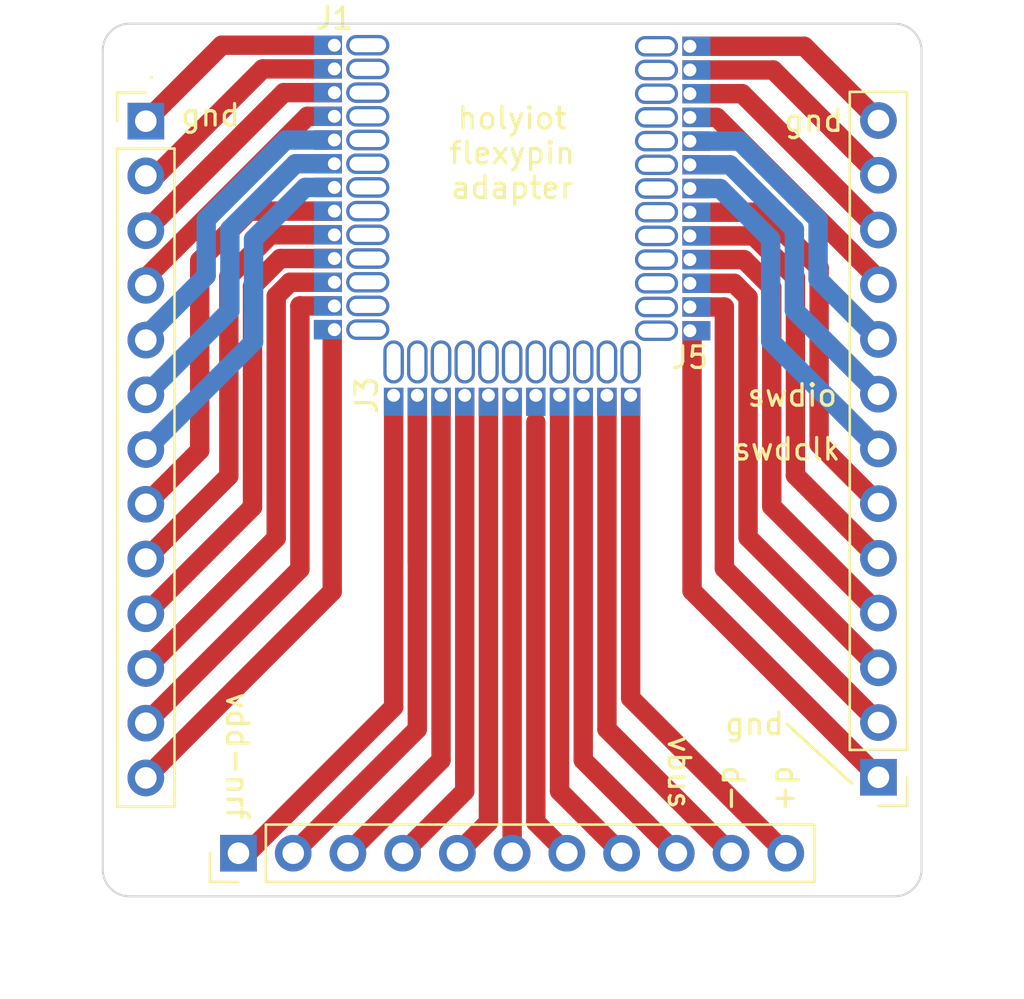
<source format=kicad_pcb>
(kicad_pcb (version 20211014) (generator pcbnew)
  (layers (0 "F.Cu" signal) (31 "B.Cu" signal) (34 "B.Paste" user) (35 "F.Paste" user) (36 "B.SilkS" user "B.Silkscreen") (37 "F.SilkS" user "F.Silkscreen") (38 "B.Mask" user) (39 "F.Mask" user) (44 "Edge.Cuts" user))
  (net 0 "")
  (net 1 "Net-(J1-Pad1)")
  (net 2 "Net-(J1-Pad2)")
  (net 3 "Net-(J1-Pad3)")
  (net 4 "Net-(J1-Pad4)")
  (net 5 "Net-(J1-Pad5)")
  (net 6 "Net-(J1-Pad6)")
  (net 7 "Net-(J1-Pad7)")
  (net 8 "Net-(J1-Pad8)")
  (net 9 "Net-(J1-Pad9)")
  (net 10 "Net-(J1-Pad10)")
  (net 11 "Net-(J1-Pad11)")
  (net 12 "Net-(J1-Pad12)")
  (net 13 "Net-(J1-Pad13)")
  (net 14 "Net-(J3-Pad1)")
  (net 15 "Net-(J3-Pad2)")
  (net 16 "Net-(J3-Pad3)")
  (net 17 "Net-(J3-Pad4)")
  (net 18 "Net-(J3-Pad5)")
  (net 19 "Net-(J3-Pad6)")
  (net 20 "Net-(J3-Pad7)")
  (net 21 "Net-(J3-Pad8)")
  (net 22 "Net-(J3-Pad9)")
  (net 23 "Net-(J3-Pad10)")
  (net 24 "Net-(J3-Pad11)")
  (net 25 "Net-(J6-Pad13)")
  (net 26 "Net-(J6-Pad12)")
  (net 27 "Net-(J6-Pad11)")
  (net 28 "Net-(J6-Pad10)")
  (net 29 "Net-(J6-Pad9)")
  (net 30 "Net-(J6-Pad8)")
  (net 31 "Net-(J6-Pad7)")
  (net 32 "Net-(J6-Pad6)")
  (net 33 "Net-(J6-Pad5)")
  (net 34 "Net-(J6-Pad4)")
  (net 35 "Net-(J6-Pad3)")
  (net 36 "Net-(J6-Pad2)")
  (net 37 "Net-(J6-Pad1)")
  (footprint "output:FlexyPin_1x13_P1.10mm" (layer "F.Cu") (at 128.75 66)
    (fp_text reference "J1" (at 0 -1.25) (layer "F.SilkS"))
    (fp_text value "Conn_01x13_Male")
    (pad "" thru_hole oval locked (at 1.55 12.1) (size 2 0.95) (drill oval 1.7 0.65) (layers *.Cu *.Mask))
    (pad "" thru_hole oval locked (at 1.55 5.5) (size 2 0.95) (drill oval 1.7 0.65) (layers *.Cu *.Mask))
    (pad "" thru_hole oval locked (at 1.55 13.2) (size 2 0.95) (drill oval 1.7 0.65) (layers *.Cu *.Mask))
    (pad "" thru_hole oval locked (at 1.55 8.8) (size 2 0.95) (drill oval 1.7 0.65) (layers *.Cu *.Mask))
    (pad "" thru_hole oval locked (at 1.55 4.4) (size 2 0.95) (drill oval 1.7 0.65) (layers *.Cu *.Mask))
    (pad "" thru_hole oval locked (at 1.55 9.9) (size 2 0.95) (drill oval 1.7 0.65) (layers *.Cu *.Mask))
    (pad "" thru_hole oval locked (at 1.55 3.3) (size 2 0.95) (drill oval 1.7 0.65) (layers *.Cu *.Mask))
    (pad "" thru_hole oval locked (at 1.55 0) (size 2 0.95) (drill oval 1.7 0.65) (layers *.Cu *.Mask))
    (pad "" thru_hole oval locked (at 1.55 2.2) (size 2 0.95) (drill oval 1.7 0.65) (layers *.Cu *.Mask))
    (pad "" thru_hole oval locked (at 1.55 1.1) (size 2 0.95) (drill oval 1.7 0.65) (layers *.Cu *.Mask))
    (pad "" thru_hole oval locked (at 1.55 11) (size 2 0.95) (drill oval 1.7 0.65) (layers *.Cu *.Mask))
    (pad "" thru_hole oval locked (at 1.55 6.6) (size 2 0.95) (drill oval 1.7 0.65) (layers *.Cu *.Mask))
    (pad "" thru_hole oval locked (at 1.55 7.7) (size 2 0.95) (drill oval 1.7 0.65) (layers *.Cu *.Mask))
    (pad "1" thru_hole rect locked (at 0 0) (size 1.3 0.9) (drill 0.6 (offset -0.3 0)) (layers *.Cu *.Mask) (net 1 "Net-(J1-Pad1)"))
    (pad "2" thru_hole rect locked (at 0 1.1) (size 1.3 0.9) (drill 0.6 (offset -0.3 0)) (layers *.Cu *.Mask) (net 2 "Net-(J1-Pad2)"))
    (pad "3" thru_hole rect locked (at 0 2.2) (size 1.3 0.9) (drill 0.6 (offset -0.3 0)) (layers *.Cu *.Mask) (net 3 "Net-(J1-Pad3)"))
    (pad "4" thru_hole rect locked (at 0 3.3) (size 1.3 0.9) (drill 0.6 (offset -0.3 0)) (layers *.Cu *.Mask) (net 4 "Net-(J1-Pad4)"))
    (pad "5" thru_hole rect locked (at 0 4.4) (size 1.3 0.9) (drill 0.6 (offset -0.3 0)) (layers *.Cu *.Mask) (net 5 "Net-(J1-Pad5)"))
    (pad "6" thru_hole rect locked (at 0 5.5) (size 1.3 0.9) (drill 0.6 (offset -0.3 0)) (layers *.Cu *.Mask) (net 6 "Net-(J1-Pad6)"))
    (pad "7" thru_hole rect locked (at 0 6.6) (size 1.3 0.9) (drill 0.6 (offset -0.3 0)) (layers *.Cu *.Mask) (net 7 "Net-(J1-Pad7)"))
    (pad "8" thru_hole rect locked (at 0 7.7) (size 1.3 0.9) (drill 0.6 (offset -0.3 0)) (layers *.Cu *.Mask) (net 8 "Net-(J1-Pad8)"))
    (pad "9" thru_hole rect locked (at 0 8.8) (size 1.3 0.9) (drill 0.6 (offset -0.3 0)) (layers *.Cu *.Mask) (net 9 "Net-(J1-Pad9)"))
    (pad "10" thru_hole rect locked (at 0 9.9) (size 1.3 0.9) (drill 0.6 (offset -0.3 0)) (layers *.Cu *.Mask) (net 10 "Net-(J1-Pad10)"))
    (pad "11" thru_hole rect locked (at 0 11) (size 1.3 0.9) (drill 0.6 (offset -0.3 0)) (layers *.Cu *.Mask) (net 11 "Net-(J1-Pad11)"))
    (pad "12" thru_hole rect locked (at 0 12.1) (size 1.3 0.9) (drill 0.6 (offset -0.3 0)) (layers *.Cu *.Mask) (net 12 "Net-(J1-Pad12)"))
    (pad "13" thru_hole rect locked (at 0 13.2) (size 1.3 0.9) (drill 0.6 (offset -0.3 0)) (layers *.Cu *.Mask) (net 13 "Net-(J1-Pad13)"))
  )
  (footprint "Connector_PinHeader_2.54mm:PinHeader_1x11_P2.54mm_Vertical" (layer "F.Cu") (at 124.3 103.5 90)
    (fp_text reference "J4" hide)
    (fp_text value "Conn_01x11_Male")
    (fp_line (start -1.33 1.27) (end 1.33 1.27) (layer "F.SilkS") (width 0.12))
    (fp_line (start -1.33 0) (end -1.33 -1.33) (layer "F.SilkS") (width 0.12))
    (fp_line (start -1.33 -1.33) (end 0 -1.33) (layer "F.SilkS") (width 0.12))
    (fp_line (start -1.33 26.73) (end 1.33 26.73) (layer "F.SilkS") (width 0.12))
    (fp_line (start -1.33 1.27) (end -1.33 26.73) (layer "F.SilkS") (width 0.12))
    (fp_line (start 1.33 1.27) (end 1.33 26.73) (layer "F.SilkS") (width 0.12))
    (pad "1" thru_hole rect (at 0 0 90) (size 1.7 1.7) (drill 1) (layers *.Cu *.Mask) (net 14 "Net-(J3-Pad1)"))
    (pad "2" thru_hole oval (at 0 2.54 90) (size 1.7 1.7) (drill 1) (layers *.Cu *.Mask) (net 15 "Net-(J3-Pad2)"))
    (pad "3" thru_hole oval (at 0 5.08 90) (size 1.7 1.7) (drill 1) (layers *.Cu *.Mask) (net 16 "Net-(J3-Pad3)"))
    (pad "4" thru_hole oval (at 0 7.62 90) (size 1.7 1.7) (drill 1) (layers *.Cu *.Mask) (net 17 "Net-(J3-Pad4)"))
    (pad "5" thru_hole oval (at 0 10.16 90) (size 1.7 1.7) (drill 1) (layers *.Cu *.Mask) (net 18 "Net-(J3-Pad5)"))
    (pad "6" thru_hole oval (at 0 12.7 90) (size 1.7 1.7) (drill 1) (layers *.Cu *.Mask) (net 19 "Net-(J3-Pad6)"))
    (pad "7" thru_hole oval (at 0 15.24 90) (size 1.7 1.7) (drill 1) (layers *.Cu *.Mask) (net 20 "Net-(J3-Pad7)"))
    (pad "8" thru_hole oval (at 0 17.78 90) (size 1.7 1.7) (drill 1) (layers *.Cu *.Mask) (net 21 "Net-(J3-Pad8)"))
    (pad "9" thru_hole oval (at 0 20.32 90) (size 1.7 1.7) (drill 1) (layers *.Cu *.Mask) (net 22 "Net-(J3-Pad9)"))
    (pad "10" thru_hole oval (at 0 22.86 90) (size 1.7 1.7) (drill 1) (layers *.Cu *.Mask) (net 23 "Net-(J3-Pad10)"))
    (pad "11" thru_hole oval (at 0 25.4 90) (size 1.7 1.7) (drill 1) (layers *.Cu *.Mask) (net 24 "Net-(J3-Pad11)"))
  )
  (footprint "Connector_PinHeader_2.54mm:PinHeader_1x13_P2.54mm_Vertical" (layer "F.Cu") (at 120 69.525)
    (fp_text reference " " hide)
    (fp_text value "Conn_01x13_Male")
    (fp_line (start 1.33 1.27) (end 1.33 31.81) (layer "F.SilkS") (width 0.12))
    (fp_line (start -1.33 31.81) (end 1.33 31.81) (layer "F.SilkS") (width 0.12))
    (fp_line (start -1.33 1.27) (end -1.33 31.81) (layer "F.SilkS") (width 0.12))
    (fp_line (start -1.33 0) (end -1.33 -1.33) (layer "F.SilkS") (width 0.12))
    (fp_line (start -1.33 1.27) (end 1.33 1.27) (layer "F.SilkS") (width 0.12))
    (fp_line (start -1.33 -1.33) (end 0 -1.33) (layer "F.SilkS") (width 0.12))
    (pad "1" thru_hole rect (at 0 0) (size 1.7 1.7) (drill 1) (layers *.Cu *.Mask) (net 1 "Net-(J1-Pad1)"))
    (pad "2" thru_hole oval (at 0 2.54) (size 1.7 1.7) (drill 1) (layers *.Cu *.Mask) (net 2 "Net-(J1-Pad2)"))
    (pad "3" thru_hole oval (at 0 5.08) (size 1.7 1.7) (drill 1) (layers *.Cu *.Mask) (net 3 "Net-(J1-Pad3)"))
    (pad "4" thru_hole oval (at 0 7.62) (size 1.7 1.7) (drill 1) (layers *.Cu *.Mask) (net 4 "Net-(J1-Pad4)"))
    (pad "5" thru_hole oval (at 0 10.16) (size 1.7 1.7) (drill 1) (layers *.Cu *.Mask) (net 5 "Net-(J1-Pad5)"))
    (pad "6" thru_hole oval (at 0 12.7) (size 1.7 1.7) (drill 1) (layers *.Cu *.Mask) (net 6 "Net-(J1-Pad6)"))
    (pad "7" thru_hole oval (at 0 15.24) (size 1.7 1.7) (drill 1) (layers *.Cu *.Mask) (net 7 "Net-(J1-Pad7)"))
    (pad "8" thru_hole oval (at 0 17.78) (size 1.7 1.7) (drill 1) (layers *.Cu *.Mask) (net 8 "Net-(J1-Pad8)"))
    (pad "9" thru_hole oval (at 0 20.32) (size 1.7 1.7) (drill 1) (layers *.Cu *.Mask) (net 9 "Net-(J1-Pad9)"))
    (pad "10" thru_hole oval (at 0 22.86) (size 1.7 1.7) (drill 1) (layers *.Cu *.Mask) (net 10 "Net-(J1-Pad10)"))
    (pad "11" thru_hole oval (at 0 25.4) (size 1.7 1.7) (drill 1) (layers *.Cu *.Mask) (net 11 "Net-(J1-Pad11)"))
    (pad "12" thru_hole oval (at 0 27.94) (size 1.7 1.7) (drill 1) (layers *.Cu *.Mask) (net 12 "Net-(J1-Pad12)"))
    (pad "13" thru_hole oval (at 0 30.48) (size 1.7 1.7) (drill 1) (layers *.Cu *.Mask) (net 13 "Net-(J1-Pad13)"))
  )
  (footprint "Connector_PinHeader_2.54mm:PinHeader_1x13_P2.54mm_Vertical" (layer "F.Cu") (at 154 99.975 180)
    (fp_text reference "J6" hide)
    (fp_text value "Conn_01x13_Male")
    (fp_line (start -1.33 1.27) (end 1.33 1.27) (layer "F.SilkS") (width 0.12))
    (fp_line (start -1.33 0) (end -1.33 -1.33) (layer "F.SilkS") (width 0.12))
    (fp_line (start -1.33 -1.33) (end 0 -1.33) (layer "F.SilkS") (width 0.12))
    (fp_line (start 1.33 1.27) (end 1.33 31.81) (layer "F.SilkS") (width 0.12))
    (fp_line (start -1.33 1.27) (end -1.33 31.81) (layer "F.SilkS") (width 0.12))
    (fp_line (start -1.33 31.81) (end 1.33 31.81) (layer "F.SilkS") (width 0.12))
    (pad "1" thru_hole rect (at 0 0 180) (size 1.7 1.7) (drill 1) (layers *.Cu *.Mask) (net 37 "Net-(J6-Pad1)"))
    (pad "2" thru_hole oval (at 0 2.54 180) (size 1.7 1.7) (drill 1) (layers *.Cu *.Mask) (net 36 "Net-(J6-Pad2)"))
    (pad "3" thru_hole oval (at 0 5.08 180) (size 1.7 1.7) (drill 1) (layers *.Cu *.Mask) (net 35 "Net-(J6-Pad3)"))
    (pad "4" thru_hole oval (at 0 7.62 180) (size 1.7 1.7) (drill 1) (layers *.Cu *.Mask) (net 34 "Net-(J6-Pad4)"))
    (pad "5" thru_hole oval (at 0 10.16 180) (size 1.7 1.7) (drill 1) (layers *.Cu *.Mask) (net 33 "Net-(J6-Pad5)"))
    (pad "6" thru_hole oval (at 0 12.7 180) (size 1.7 1.7) (drill 1) (layers *.Cu *.Mask) (net 32 "Net-(J6-Pad6)"))
    (pad "7" thru_hole oval (at 0 15.24 180) (size 1.7 1.7) (drill 1) (layers *.Cu *.Mask) (net 31 "Net-(J6-Pad7)"))
    (pad "8" thru_hole oval (at 0 17.78 180) (size 1.7 1.7) (drill 1) (layers *.Cu *.Mask) (net 30 "Net-(J6-Pad8)"))
    (pad "9" thru_hole oval (at 0 20.32 180) (size 1.7 1.7) (drill 1) (layers *.Cu *.Mask) (net 29 "Net-(J6-Pad9)"))
    (pad "10" thru_hole oval (at 0 22.86 180) (size 1.7 1.7) (drill 1) (layers *.Cu *.Mask) (net 28 "Net-(J6-Pad10)"))
    (pad "11" thru_hole oval (at 0 25.4 180) (size 1.7 1.7) (drill 1) (layers *.Cu *.Mask) (net 27 "Net-(J6-Pad11)"))
    (pad "12" thru_hole oval (at 0 27.94 180) (size 1.7 1.7) (drill 1) (layers *.Cu *.Mask) (net 26 "Net-(J6-Pad12)"))
    (pad "13" thru_hole oval (at 0 30.48 180) (size 1.7 1.7) (drill 1) (layers *.Cu *.Mask) (net 25 "Net-(J6-Pad13)"))
  )
  (footprint "output:FlexyPin_1x13_P1.10mm" (layer "F.Cu") (at 145.25 79.25 180)
    (fp_text reference "J5" (at 0 -1.25) (layer "F.SilkS"))
    (fp_text value "Conn_01x13_Male")
    (pad "" thru_hole oval locked (at 1.55 11 180) (size 2 0.95) (drill oval 1.7 0.65) (layers *.Cu *.Mask))
    (pad "" thru_hole oval locked (at 1.55 8.8 180) (size 2 0.95) (drill oval 1.7 0.65) (layers *.Cu *.Mask))
    (pad "" thru_hole oval locked (at 1.55 5.5 180) (size 2 0.95) (drill oval 1.7 0.65) (layers *.Cu *.Mask))
    (pad "" thru_hole oval locked (at 1.55 13.2 180) (size 2 0.95) (drill oval 1.7 0.65) (layers *.Cu *.Mask))
    (pad "" thru_hole oval locked (at 1.55 4.4 180) (size 2 0.95) (drill oval 1.7 0.65) (layers *.Cu *.Mask))
    (pad "" thru_hole oval locked (at 1.55 3.3 180) (size 2 0.95) (drill oval 1.7 0.65) (layers *.Cu *.Mask))
    (pad "" thru_hole oval locked (at 1.55 0 180) (size 2 0.95) (drill oval 1.7 0.65) (layers *.Cu *.Mask))
    (pad "" thru_hole oval locked (at 1.55 9.9 180) (size 2 0.95) (drill oval 1.7 0.65) (layers *.Cu *.Mask))
    (pad "" thru_hole oval locked (at 1.55 12.1 180) (size 2 0.95) (drill oval 1.7 0.65) (layers *.Cu *.Mask))
    (pad "" thru_hole oval locked (at 1.55 7.7 180) (size 2 0.95) (drill oval 1.7 0.65) (layers *.Cu *.Mask))
    (pad "" thru_hole oval locked (at 1.55 2.2 180) (size 2 0.95) (drill oval 1.7 0.65) (layers *.Cu *.Mask))
    (pad "" thru_hole oval locked (at 1.55 6.6 180) (size 2 0.95) (drill oval 1.7 0.65) (layers *.Cu *.Mask))
    (pad "" thru_hole oval locked (at 1.55 1.1 180) (size 2 0.95) (drill oval 1.7 0.65) (layers *.Cu *.Mask))
    (pad "1" thru_hole rect locked (at 0 0 180) (size 1.3 0.9) (drill 0.6 (offset -0.3 0)) (layers *.Cu *.Mask) (net 37 "Net-(J6-Pad1)"))
    (pad "2" thru_hole rect locked (at 0 1.1 180) (size 1.3 0.9) (drill 0.6 (offset -0.3 0)) (layers *.Cu *.Mask) (net 36 "Net-(J6-Pad2)"))
    (pad "3" thru_hole rect locked (at 0 2.2 180) (size 1.3 0.9) (drill 0.6 (offset -0.3 0)) (layers *.Cu *.Mask) (net 35 "Net-(J6-Pad3)"))
    (pad "4" thru_hole rect locked (at 0 3.3 180) (size 1.3 0.9) (drill 0.6 (offset -0.3 0)) (layers *.Cu *.Mask) (net 34 "Net-(J6-Pad4)"))
    (pad "5" thru_hole rect locked (at 0 4.4 180) (size 1.3 0.9) (drill 0.6 (offset -0.3 0)) (layers *.Cu *.Mask) (net 33 "Net-(J6-Pad5)"))
    (pad "6" thru_hole rect locked (at 0 5.5 180) (size 1.3 0.9) (drill 0.6 (offset -0.3 0)) (layers *.Cu *.Mask) (net 32 "Net-(J6-Pad6)"))
    (pad "7" thru_hole rect locked (at 0 6.6 180) (size 1.3 0.9) (drill 0.6 (offset -0.3 0)) (layers *.Cu *.Mask) (net 31 "Net-(J6-Pad7)"))
    (pad "8" thru_hole rect locked (at 0 7.7 180) (size 1.3 0.9) (drill 0.6 (offset -0.3 0)) (layers *.Cu *.Mask) (net 30 "Net-(J6-Pad8)"))
    (pad "9" thru_hole rect locked (at 0 8.8 180) (size 1.3 0.9) (drill 0.6 (offset -0.3 0)) (layers *.Cu *.Mask) (net 29 "Net-(J6-Pad9)"))
    (pad "10" thru_hole rect locked (at 0 9.9 180) (size 1.3 0.9) (drill 0.6 (offset -0.3 0)) (layers *.Cu *.Mask) (net 28 "Net-(J6-Pad10)"))
    (pad "11" thru_hole rect locked (at 0 11 180) (size 1.3 0.9) (drill 0.6 (offset -0.3 0)) (layers *.Cu *.Mask) (net 27 "Net-(J6-Pad11)"))
    (pad "12" thru_hole rect locked (at 0 12.1 180) (size 1.3 0.9) (drill 0.6 (offset -0.3 0)) (layers *.Cu *.Mask) (net 26 "Net-(J6-Pad12)"))
    (pad "13" thru_hole rect locked (at 0 13.2 180) (size 1.3 0.9) (drill 0.6 (offset -0.3 0)) (layers *.Cu *.Mask) (net 25 "Net-(J6-Pad13)"))
  )
  (footprint "output:FlexyPin_1x11_P1.10mm" (layer "F.Cu") (at 131.5 82.25 90)
    (fp_text reference "J3" (at 0 -1.25 90) (layer "F.SilkS"))
    (fp_text value "Conn_01x11_Male")
    (pad "" thru_hole oval locked (at 1.55 2.2 90) (size 2 0.95) (drill oval 1.7 0.65) (layers *.Cu *.Mask))
    (pad "" thru_hole oval locked (at 1.55 11 90) (size 2 0.95) (drill oval 1.7 0.65) (layers *.Cu *.Mask))
    (pad "" thru_hole oval locked (at 1.55 8.8 90) (size 2 0.95) (drill oval 1.7 0.65) (layers *.Cu *.Mask))
    (pad "" thru_hole oval locked (at 1.55 7.7 90) (size 2 0.95) (drill oval 1.7 0.65) (layers *.Cu *.Mask))
    (pad "" thru_hole oval locked (at 1.55 5.5 90) (size 2 0.95) (drill oval 1.7 0.65) (layers *.Cu *.Mask))
    (pad "" thru_hole oval locked (at 1.55 6.6 90) (size 2 0.95) (drill oval 1.7 0.65) (layers *.Cu *.Mask))
    (pad "" thru_hole oval locked (at 1.55 0 90) (size 2 0.95) (drill oval 1.7 0.65) (layers *.Cu *.Mask))
    (pad "" thru_hole oval locked (at 1.55 1.1 90) (size 2 0.95) (drill oval 1.7 0.65) (layers *.Cu *.Mask))
    (pad "" thru_hole oval locked (at 1.55 4.4 90) (size 2 0.95) (drill oval 1.7 0.65) (layers *.Cu *.Mask))
    (pad "" thru_hole oval locked (at 1.55 3.3 90) (size 2 0.95) (drill oval 1.7 0.65) (layers *.Cu *.Mask))
    (pad "" thru_hole oval locked (at 1.55 9.9 90) (size 2 0.95) (drill oval 1.7 0.65) (layers *.Cu *.Mask))
    (pad "1" thru_hole rect locked (at 0 0 90) (size 1.3 0.9) (drill 0.6 (offset -0.3 0)) (layers *.Cu *.Mask) (net 14 "Net-(J3-Pad1)"))
    (pad "2" thru_hole rect locked (at 0 1.1 90) (size 1.3 0.9) (drill 0.6 (offset -0.3 0)) (layers *.Cu *.Mask) (net 15 "Net-(J3-Pad2)"))
    (pad "3" thru_hole rect locked (at 0 2.2 90) (size 1.3 0.9) (drill 0.6 (offset -0.3 0)) (layers *.Cu *.Mask) (net 16 "Net-(J3-Pad3)"))
    (pad "4" thru_hole rect locked (at 0 3.3 90) (size 1.3 0.9) (drill 0.6 (offset -0.3 0)) (layers *.Cu *.Mask) (net 17 "Net-(J3-Pad4)"))
    (pad "5" thru_hole rect locked (at 0 4.4 90) (size 1.3 0.9) (drill 0.6 (offset -0.3 0)) (layers *.Cu *.Mask) (net 18 "Net-(J3-Pad5)"))
    (pad "6" thru_hole rect locked (at 0 5.5 90) (size 1.3 0.9) (drill 0.6 (offset -0.3 0)) (layers *.Cu *.Mask) (net 19 "Net-(J3-Pad6)"))
    (pad "7" thru_hole rect locked (at 0 6.6 90) (size 1.3 0.9) (drill 0.6 (offset -0.3 0)) (layers *.Cu *.Mask) (net 20 "Net-(J3-Pad7)"))
    (pad "8" thru_hole rect locked (at 0 7.7 90) (size 1.3 0.9) (drill 0.6 (offset -0.3 0)) (layers *.Cu *.Mask) (net 21 "Net-(J3-Pad8)"))
    (pad "9" thru_hole rect locked (at 0 8.8 90) (size 1.3 0.9) (drill 0.6 (offset -0.3 0)) (layers *.Cu *.Mask) (net 22 "Net-(J3-Pad9)"))
    (pad "10" thru_hole rect locked (at 0 9.9 90) (size 1.3 0.9) (drill 0.6 (offset -0.3 0)) (layers *.Cu *.Mask) (net 23 "Net-(J3-Pad10)"))
    (pad "11" thru_hole rect locked (at 0 11 90) (size 1.3 0.9) (drill 0.6 (offset -0.3 0)) (layers *.Cu *.Mask) (net 24 "Net-(J3-Pad11)"))
  )
  (gr_line (start 120.25 67.5) (end 120.25 67.5) (layer "F.SilkS") (width 0.15))
  (gr_line (start 149.75 97.5) (end 152.75 100.25) (layer "F.SilkS") (width 0.15))
  (gr_arc (start 154.75 65) (mid 155.633883 65.366117) (end 156 66.25) (layer "Edge.Cuts") (width 0.1))
  (gr_line (start 156 66.25) (end 156 104.25) (layer "Edge.Cuts") (width 0.1))
  (gr_arc (start 119.25 105.5) (mid 118.366117 105.133883) (end 118 104.25) (layer "Edge.Cuts") (width 0.1))
  (gr_arc (start 156 104.25) (mid 155.633883 105.133883) (end 154.75 105.5) (layer "Edge.Cuts") (width 0.1))
  (gr_line (start 119.25 65) (end 154.75 65) (layer "Edge.Cuts") (width 0.1))
  (gr_line (start 118 104.25) (end 118 66.25) (layer "Edge.Cuts") (width 0.1))
  (gr_line (start 154.75 105.5) (end 119.25 105.5) (layer "Edge.Cuts") (width 0.1))
  (gr_arc (start 118 66.25) (mid 118.366117 65.366117) (end 119.25 65) (layer "Edge.Cuts") (width 0.1))
  (gr_text "vdd-nrf\n" (at 124.25 99 270) (layer "F.SilkS") (effects (font (size 1 1))))
  (gr_text "gnd" (at 148.25 97.5) (layer "F.SilkS") (effects (font (size 1 1))))
  (gr_text "swdio\n" (at 150 82.25) (layer "F.SilkS") (effects (font (size 1 1))))
  (gr_text "d-\n" (at 147.25 100.5 270) (layer "F.SilkS") (effects (font (size 1 1))))
  (gr_text "gnd" (at 151 69.5) (layer "F.SilkS") (effects (font (size 1 1))))
  (gr_text "vbus" (at 144.75 99.75 270) (layer "F.SilkS") (effects (font (size 1 1))))
  (gr_text "gnd" (at 123 69.25) (layer "F.SilkS") (effects (font (size 1 1))))
  (gr_text "swdclk\n" (at 149.75 84.75) (layer "F.SilkS") (effects (font (size 1 1))))
  (gr_text "d+" (at 149.75 100.5 270) (layer "F.SilkS") (effects (font (size 1 1))))
  (gr_text "holyiot\nflexypin\nadapter\n" (at 137 71) (layer "F.SilkS") (effects (font (size 1 1))))
  (segment (start 120 69.525) (end 123.525 66) (width 0.9) (layer "F.Cu") (net 1))
  (segment (start 123.525 66) (end 128.65048 66) (width 0.9) (layer "F.Cu") (net 1))
  (segment (start 125.424022 67.1) (end 128.65048 67.1) (width 0.9) (layer "F.Cu") (net 2))
  (segment (start 120.459022 72.065) (end 125.424022 67.1) (width 0.9) (layer "F.Cu") (net 2))
  (segment (start 120 72.065) (end 120.459022 72.065) (width 0.9) (layer "F.Cu") (net 2))
  (segment (start 120 74.605) (end 126.404511 68.200489) (width 0.9) (layer "F.Cu") (net 3))
  (segment (start 126.404511 68.200489) (end 128 68.200489) (width 0.9) (layer "F.Cu") (net 3))
  (segment (start 120 76.800009) (end 127.500009 69.3) (width 0.9) (layer "F.Cu") (net 4))
  (segment (start 127.500009 69.3) (end 128.65048 69.3) (width 0.9) (layer "F.Cu") (net 4))
  (segment (start 120 77.145) (end 120 76.800009) (width 0.9) (layer "F.Cu") (net 4))
  (segment (start 122.80096 76.69904) (end 122.80096 74.089128) (width 0.9) (layer "B.Cu") (net 5))
  (segment (start 120 79.5) (end 122.80096 76.69904) (width 0.9) (layer "B.Cu") (net 5))
  (segment (start 126.490088 70.4) (end 128.65048 70.4) (width 0.9) (layer "B.Cu") (net 5))
  (segment (start 120 79.685) (end 120 79.5) (width 0.9) (layer "B.Cu") (net 5))
  (segment (start 122.80096 74.089128) (end 126.490088 70.4) (width 0.9) (layer "B.Cu") (net 5))
  (segment (start 120 82.225) (end 123.90048 78.32452) (width 0.9) (layer "B.Cu") (net 6))
  (segment (start 126.945044 71.5) (end 128.65048 71.5) (width 0.9) (layer "B.Cu") (net 6))
  (segment (start 123.90048 74.544564) (end 126.945044 71.5) (width 0.9) (layer "B.Cu") (net 6))
  (segment (start 123.90048 78.32452) (end 123.90048 74.544564) (width 0.9) (layer "B.Cu") (net 6))
  (segment (start 125 75) (end 127.4 72.6) (width 0.9) (layer "B.Cu") (net 7))
  (segment (start 125 79.765) (end 125 75) (width 0.9) (layer "B.Cu") (net 7))
  (segment (start 127.4 72.6) (end 128.65048 72.6) (width 0.9) (layer "B.Cu") (net 7))
  (segment (start 120 84.765) (end 125 79.765) (width 0.9) (layer "B.Cu") (net 7))
  (segment (start 124.8 73.7) (end 128.65048 73.7) (width 0.9) (layer "F.Cu") (net 8))
  (segment (start 120 87.305) (end 122.5 84.805) (width 0.9) (layer "F.Cu") (net 8))
  (segment (start 122.5 84.805) (end 122.5 76) (width 0.9) (layer "F.Cu") (net 8))
  (segment (start 122.5 76) (end 124.8 73.7) (width 0.9) (layer "F.Cu") (net 8))
  (segment (start 123.851929 76.734181) (end 125.78611 74.8) (width 0.9) (layer "F.Cu") (net 9))
  (segment (start 125.78611 74.8) (end 128.65048 74.8) (width 0.9) (layer "F.Cu") (net 9))
  (segment (start 123.851929 85.993071) (end 123.851929 76.734181) (width 0.9) (layer "F.Cu") (net 9))
  (segment (start 120 89.845) (end 123.851929 85.993071) (width 0.9) (layer "F.Cu") (net 9))
  (segment (start 124.951449 77.189617) (end 126.241066 75.9) (width 0.9) (layer "F.Cu") (net 10))
  (segment (start 124.951449 87.433551) (end 124.951449 77.189617) (width 0.9) (layer "F.Cu") (net 10))
  (segment (start 126.241066 75.9) (end 128.65048 75.9) (width 0.9) (layer "F.Cu") (net 10))
  (segment (start 120 92.385) (end 124.951449 87.433551) (width 0.9) (layer "F.Cu") (net 10))
  (segment (start 126.050969 88.874031) (end 126.050969 77.645053) (width 0.9) (layer "F.Cu") (net 11))
  (segment (start 120 94.925) (end 126.050969 88.874031) (width 0.9) (layer "F.Cu") (net 11))
  (segment (start 126.050969 77.645053) (end 126.696022 77) (width 0.9) (layer "F.Cu") (net 11))
  (segment (start 126.696022 77) (end 128.65048 77) (width 0.9) (layer "F.Cu") (net 11))
  (segment (start 127.150489 78.100489) (end 127.150978 78.1) (width 0.9) (layer "F.Cu") (net 12))
  (segment (start 120 97.465) (end 127.150489 90.314511) (width 0.9) (layer "F.Cu") (net 12))
  (segment (start 127.150489 90.314511) (end 127.150489 78.100489) (width 0.9) (layer "F.Cu") (net 12))
  (segment (start 127.150978 78.1) (end 128.65048 78.1) (width 0.9) (layer "F.Cu") (net 12))
  (segment (start 120 100.005) (end 128.65048 91.35452) (width 0.9) (layer "F.Cu") (net 13))
  (segment (start 128.65048 91.35452) (end 128.65048 79.2) (width 0.9) (layer "F.Cu") (net 13))
  (segment (start 124.71937 103.5) (end 131.5 96.71937) (width 0.9) (layer "F.Cu") (net 14))
  (segment (start 131.5 96.71937) (end 131.5 82.34952) (width 0.9) (layer "F.Cu") (net 14))
  (segment (start 124.3 103.5) (end 124.71937 103.5) (width 0.9) (layer "F.Cu") (net 14))
  (segment (start 132.60048 82.5) (end 132.60048 90) (width 0.9) (layer "F.Cu") (net 15))
  (segment (start 132.60048 97.73952) (end 132.60048 82.5) (width 0.9) (layer "F.Cu") (net 15))
  (segment (start 126.84 103.5) (end 132.60048 97.73952) (width 0.9) (layer "F.Cu") (net 15))
  (segment (start 129.38 103.5) (end 133.7 99.18) (width 0.9) (layer "F.Cu") (net 16))
  (segment (start 133.7 99.18) (end 133.7 82.34952) (width 0.9) (layer "F.Cu") (net 16))
  (segment (start 131.92 103.5) (end 134.8 100.62) (width 0.9) (layer "F.Cu") (net 17))
  (segment (start 134.8 100.62) (end 134.8 82.34952) (width 0.9) (layer "F.Cu") (net 17))
  (segment (start 135.90048 82.34952) (end 135.9 82.34952) (width 0.9) (layer "F.Cu") (net 18))
  (segment (start 135.90048 102.05952) (end 135.90048 82.34952) (width 0.9) (layer "F.Cu") (net 18))
  (segment (start 134.46 103.5) (end 135.90048 102.05952) (width 0.9) (layer "F.Cu") (net 18))
  (segment (start 137 103.5) (end 137 82.34952) (width 0.9) (layer "F.Cu") (net 19))
  (segment (start 138.09952 102.05952) (end 138.09952 83.5) (width 0.9) (layer "F.Cu") (net 20))
  (segment (start 139.54 103.5) (end 138.09952 102.05952) (width 0.9) (layer "F.Cu") (net 20))
  (segment (start 139.2 100.62) (end 139.2 82.34952) (width 0.9) (layer "F.Cu") (net 21))
  (segment (start 142.08 103.5) (end 139.2 100.62) (width 0.9) (layer "F.Cu") (net 21))
  (segment (start 140.300489 99.180489) (end 140.300489 83) (width 0.9) (layer "F.Cu") (net 22))
  (segment (start 144.62 103.5) (end 140.300489 99.180489) (width 0.9) (layer "F.Cu") (net 22))
  (segment (start 147.16 103.5) (end 141.4 97.74) (width 0.9) (layer "F.Cu") (net 23))
  (segment (start 141.4 97.74) (end 141.4 82.34952) (width 0.9) (layer "F.Cu") (net 23))
  (segment (start 142.5 96.3) (end 142.5 82.34952) (width 0.9) (layer "F.Cu") (net 24))
  (segment (start 149.7 103.5) (end 142.5 96.3) (width 0.9) (layer "F.Cu") (net 24))
  (segment (start 154 69.495) (end 150.555 66.05) (width 0.9) (layer "F.Cu") (net 25))
  (segment (start 150.555 66.05) (end 145.34952 66.05) (width 0.9) (layer "F.Cu") (net 25))
  (segment (start 149.11452 67.14952) (end 146.14952 67.14952) (width 0.9) (layer "F.Cu") (net 26))
  (segment (start 154 72.035) (end 149.11452 67.14952) (width 0.9) (layer "F.Cu") (net 26))
  (segment (start 147.675489 68.250489) (end 146 68.250489) (width 0.9) (layer "F.Cu") (net 27))
  (segment (start 154 74.575) (end 147.675489 68.250489) (width 0.9) (layer "F.Cu") (net 27))
  (segment (start 154 76.850009) (end 146.499991 69.35) (width 0.9) (layer "F.Cu") (net 28))
  (segment (start 154 77.115) (end 154 76.850009) (width 0.9) (layer "F.Cu") (net 28))
  (segment (start 146.499991 69.35) (end 145.34952 69.35) (width 0.9) (layer "F.Cu") (net 28))
  (segment (start 147.559912 70.45) (end 145.34952 70.45) (width 0.9) (layer "B.Cu") (net 29))
  (segment (start 151.19904 76.85404) (end 151.19904 74.089128) (width 0.9) (layer "B.Cu") (net 29))
  (segment (start 151.19904 74.089128) (end 147.559912 70.45) (width 0.9) (layer "B.Cu") (net 29))
  (segment (start 154 79.655) (end 151.19904 76.85404) (width 0.9) (layer "B.Cu") (net 29))
  (segment (start 154 82.195) (end 150.09952 78.29452) (width 0.9) (layer "B.Cu") (net 30))
  (segment (start 150.09952 78.29452) (end 150.09952 74.544564) (width 0.9) (layer "B.Cu") (net 30))
  (segment (start 147.104956 71.55) (end 145.34952 71.55) (width 0.9) (layer "B.Cu") (net 30))
  (segment (start 150.09952 74.544564) (end 147.104956 71.55) (width 0.9) (layer "B.Cu") (net 30))
  (segment (start 146.65 72.65) (end 145.34952 72.65) (width 0.9) (layer "B.Cu") (net 31))
  (segment (start 154 84.735) (end 149 79.735) (width 0.9) (layer "B.Cu") (net 31))
  (segment (start 149 79.735) (end 149 75) (width 0.9) (layer "B.Cu") (net 31))
  (segment (start 149 75) (end 146.65 72.65) (width 0.9) (layer "B.Cu") (net 31))
  (segment (start 154 87.275) (end 151.247591 84.522591) (width 0.9) (layer "F.Cu") (net 32))
  (segment (start 151.247591 76.328745) (end 148.668846 73.75) (width 0.9) (layer "F.Cu") (net 32))
  (segment (start 151.247591 84.522591) (end 151.247591 76.328745) (width 0.9) (layer "F.Cu") (net 32))
  (segment (start 148.668846 73.75) (end 145.34952 73.75) (width 0.9) (layer "F.Cu") (net 32))
  (segment (start 154 89.815) (end 150.148071 85.963071) (width 0.9) (layer "F.Cu") (net 33))
  (segment (start 150.148071 85.963071) (end 150.148071 76.784181) (width 0.9) (layer "F.Cu") (net 33))
  (segment (start 150.148071 76.784181) (end 148.21389 74.85) (width 0.9) (layer "F.Cu") (net 33))
  (segment (start 148.21389 74.85) (end 145.34952 74.85) (width 0.9) (layer "F.Cu") (net 33))
  (segment (start 154 92.355) (end 149.048551 87.403551) (width 0.9) (layer "F.Cu") (net 34))
  (segment (start 149.048551 87.403551) (end 149.048551 77.239617) (width 0.9) (layer "F.Cu") (net 34))
  (segment (start 147.758934 75.95) (end 145.34952 75.95) (width 0.9) (layer "F.Cu") (net 34))
  (segment (start 149.048551 77.239617) (end 147.758934 75.95) (width 0.9) (layer "F.Cu") (net 34))
  (segment (start 154 94.895) (end 147.949031 88.844031) (width 0.9) (layer "F.Cu") (net 35))
  (segment (start 147.949031 88.844031) (end 147.949031 77.695053) (width 0.9) (layer "F.Cu") (net 35))
  (segment (start 147.303978 77.05) (end 145.34952 77.05) (width 0.9) (layer "F.Cu") (net 35))
  (segment (start 147.949031 77.695053) (end 147.303978 77.05) (width 0.9) (layer "F.Cu") (net 35))
  (segment (start 154 97.435) (end 146.849511 90.284511) (width 0.9) (layer "F.Cu") (net 36))
  (segment (start 146.849511 90.284511) (end 146.849511 78.150489) (width 0.9) (layer "F.Cu") (net 36))
  (segment (start 146.849511 78.150489) (end 146.849022 78.15) (width 0.9) (layer "F.Cu") (net 36))
  (segment (start 146.849022 78.15) (end 145.34952 78.15) (width 0.9) (layer "F.Cu") (net 36))
  (segment (start 154 99.975) (end 145.34952 91.32452) (width 0.9) (layer "F.Cu") (net 37))
  (segment (start 145.34952 91.32452) (end 145.34952 79.25) (width 0.9) (layer "F.Cu") (net 37))
)
</source>
